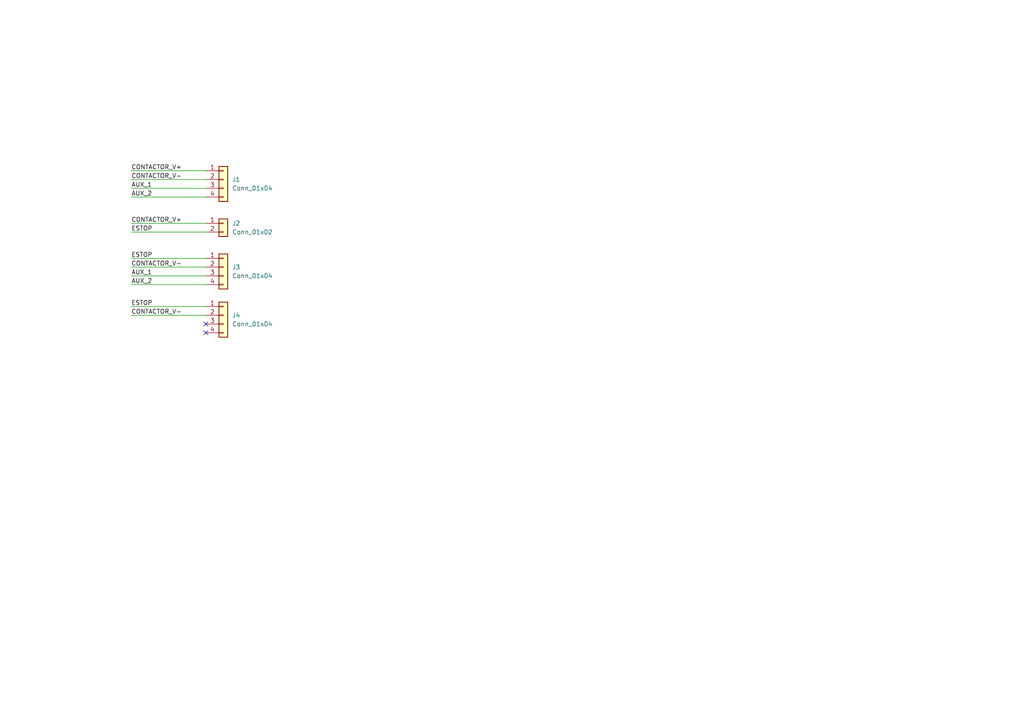
<source format=kicad_sch>
(kicad_sch (version 20231120) (generator "eeschema") (generator_version "8.0")
  (paper "A4")
  (lib_symbols
    (symbol "Connector_Generic:Conn_01x02" (pin_names (offset 1.016) hide)
      (property "Reference" "J" (at 0 2.54 0))
      (property "Value" "Conn_01x02" (at 0 -5.08 0))
      (symbol "Conn_01x02_1_1"
        (rectangle (start -1.27 -2.413) (end 0 -2.667) (stroke (width 0.1524)))
        (rectangle (start -1.27 0.127) (end 0 -0.127) (stroke (width 0.1524)))
        (rectangle (start -1.27 1.27) (end 1.27 -3.81) (stroke (width 0.254)) (fill (type background)))
        (pin passive line (at -5.08 0 0) (length 3.81) (name "Pin_1") (number "1"))
        (pin passive line (at -5.08 -2.54 0) (length 3.81) (name "Pin_2") (number "2"))
      )
    )
    (symbol "Connector_Generic:Conn_01x04" (pin_names (offset 1.016) hide)
      (property "Reference" "J" (at 0 5.08 0))
      (property "Value" "Conn_01x04" (at 0 -7.62 0))
      (symbol "Conn_01x04_1_1"
        (rectangle (start -1.27 -4.953) (end 0 -5.207) (stroke (width 0.1524)))
        (rectangle (start -1.27 -2.413) (end 0 -2.667) (stroke (width 0.1524)))
        (rectangle (start -1.27 0.127) (end 0 -0.127) (stroke (width 0.1524)))
        (rectangle (start -1.27 2.667) (end 0 2.413) (stroke (width 0.1524)))
        (rectangle (start -1.27 3.81) (end 1.27 -6.35) (stroke (width 0.254)) (fill (type background)))
        (pin passive line (at -5.08 2.54 0) (length 3.81) (name "Pin_1") (number "1"))
        (pin passive line (at -5.08 0 0) (length 3.81) (name "Pin_2") (number "2"))
        (pin passive line (at -5.08 -2.54 0) (length 3.81) (name "Pin_3") (number "3"))
        (pin passive line (at -5.08 -5.08 0) (length 3.81) (name "Pin_4") (number "4"))
      )
    )
  )
  (no_connect (at 59.69 96.52))
  (no_connect (at 59.69 93.98))
  (wire (pts (xy 38.1 52.07) (xy 59.69 52.07)))
  (wire (pts (xy 38.1 64.77) (xy 59.69 64.77)))
  (wire (pts (xy 38.1 57.15) (xy 59.69 57.15)))
  (wire (pts (xy 38.1 80.01) (xy 59.69 80.01)))
  (wire (pts (xy 38.1 88.9) (xy 59.69 88.9)))
  (wire (pts (xy 38.1 49.53) (xy 59.69 49.53)))
  (wire (pts (xy 38.1 82.55) (xy 59.69 82.55)))
  (wire (pts (xy 38.1 67.31) (xy 59.69 67.31)))
  (wire (pts (xy 38.1 74.93) (xy 59.69 74.93)))
  (wire (pts (xy 38.1 77.47) (xy 59.69 77.47)))
  (wire (pts (xy 38.1 54.61) (xy 59.69 54.61)))
  (wire (pts (xy 38.1 91.44) (xy 59.69 91.44)))
  (label "ESTOP" (at 38.1 74.93 0))
  (label "AUX_2" (at 38.1 82.55 0))
  (label "CONTACTOR_V-" (at 38.1 91.44 0))
  (label "ESTOP" (at 38.1 88.9 0))
  (label "AUX_1" (at 38.1 80.01 0))
  (label "AUX_1" (at 38.1 54.61 0))
  (label "CONTACTOR_V+" (at 38.1 49.53 0))
  (label "CONTACTOR_V-" (at 38.1 77.47 0))
  (label "CONTACTOR_V+" (at 38.1 64.77 0))
  (label "AUX_2" (at 38.1 57.15 0))
  (label "ESTOP" (at 38.1 67.31 0))
  (label "CONTACTOR_V-" (at 38.1 52.07 0))
  (symbol (lib_id "Connector_Generic:Conn_01x02") (at 64.77 64.77 0) (unit 1)
    (property "Reference" "J2" (at 67.31 64.7699 0) (effects (justify left)))
    (property "Value" "Conn_01x02" (at 67.31 67.3099 0) (effects (justify left)))
    (property "Footprint" "UTSVT_Connectors:Molex_MicroFit3.0_1x2xP3.00mm_PolarizingPeg_Vertical" (effects (hide yes)))
    (property "Description" "Generic connector, single row, 01x02, script generated (kicad-library-utils/schlib/autogen/connector/)" (effects (hide yes)))
  )
  (symbol (lib_id "Connector_Generic:Conn_01x04") (at 64.77 52.07 0) (unit 1)
    (property "Reference" "J1" (at 67.31 52.0699 0) (effects (justify left)))
    (property "Value" "Conn_01x04" (at 67.31 54.6099 0) (effects (justify left)))
    (property "Footprint" "UTSVT_Connectors:Molex_MicroFit3.0_1x4xP3.00mm_PolarizingPeg_Vertical" (effects (hide yes)))
    (property "Description" "Generic connector, single row, 01x04, script generated (kicad-library-utils/schlib/autogen/connector/)" (effects (hide yes)))
  )
  (symbol (lib_id "Connector_Generic:Conn_01x04") (at 64.77 77.47 0) (unit 1)
    (property "Reference" "J3" (at 67.31 77.4699 0) (effects (justify left)))
    (property "Value" "Conn_01x04" (at 67.31 80.0099 0) (effects (justify left)))
    (property "Footprint" "UTSVT_Connectors:Molex_MicroFit3.0_1x4xP3.00mm_PolarizingPeg_Vertical" (effects (hide yes)))
    (property "Description" "Generic connector, single row, 01x04, script generated (kicad-library-utils/schlib/autogen/connector/)" (effects (hide yes)))
  )
  (symbol (lib_id "Connector_Generic:Conn_01x04") (at 64.77 91.44 0) (unit 1)
    (property "Reference" "J4" (at 67.31 91.4399 0) (effects (justify left)))
    (property "Value" "Conn_01x04" (at 67.31 93.9799 0) (effects (justify left)))
    (property "Footprint" "UTSVT_Connectors:Molex_MicroFit3.0_1x4xP3.00mm_PolarizingPeg_Vertical" (effects (hide yes)))
    (property "Description" "Generic connector, single row, 01x04, script generated (kicad-library-utils/schlib/autogen/connector/)" (effects (hide yes)))
  )
)
</source>
